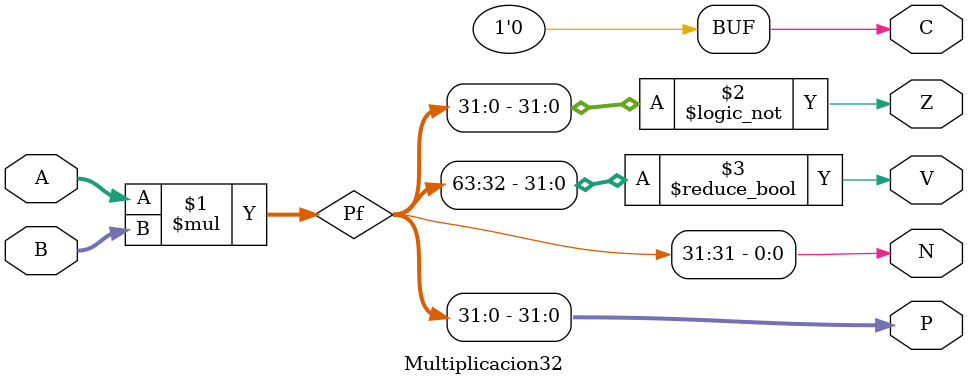
<source format=sv>
module Multiplicacion32 (
    input logic [31:0] A,
    input logic [31:0] B,
    output logic [31:0] P,   // ojo: 32x32 = 64 bits
    output logic N,
    output logic Z,
    output logic C,
    output logic V
);
	logic [63:0] Pf;
	
   assign Pf = A * B;

   assign P = Pf[31:0];
	
	// Flags
   assign N = P[31];                // MSB del resultado truncado
   assign Z = (P == 32'd0);         // todo cero
   assign C = 1'b0;                 // no hay carry en mult truncada
   assign V = (Pf[63:32] != 0); // overflow si la parte alta no cabe en 32 bits
	
endmodule
</source>
